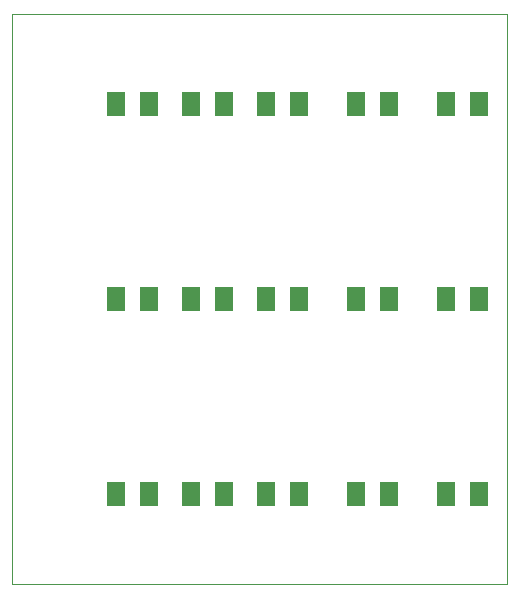
<source format=gtp>
G75*
G70*
%OFA0B0*%
%FSLAX24Y24*%
%IPPOS*%
%LPD*%
%AMOC8*
5,1,8,0,0,1.08239X$1,22.5*
%
%ADD10C,0.0000*%
%ADD11R,0.0630X0.0787*%
D10*
X000633Y002209D02*
X017133Y002209D01*
X017133Y021209D01*
X000633Y021209D01*
X000633Y002209D01*
D11*
X004082Y005209D03*
X005185Y005209D03*
X006582Y005209D03*
X007685Y005209D03*
X009082Y005209D03*
X010185Y005209D03*
X012082Y005209D03*
X013185Y005209D03*
X015082Y005209D03*
X016185Y005209D03*
X016185Y011709D03*
X015082Y011709D03*
X013185Y011709D03*
X012082Y011709D03*
X010185Y011709D03*
X009082Y011709D03*
X007685Y011709D03*
X006582Y011709D03*
X005185Y011709D03*
X004082Y011709D03*
X004082Y018209D03*
X005185Y018209D03*
X006582Y018209D03*
X007685Y018209D03*
X009082Y018209D03*
X010185Y018209D03*
X012082Y018209D03*
X013185Y018209D03*
X015082Y018209D03*
X016185Y018209D03*
M02*

</source>
